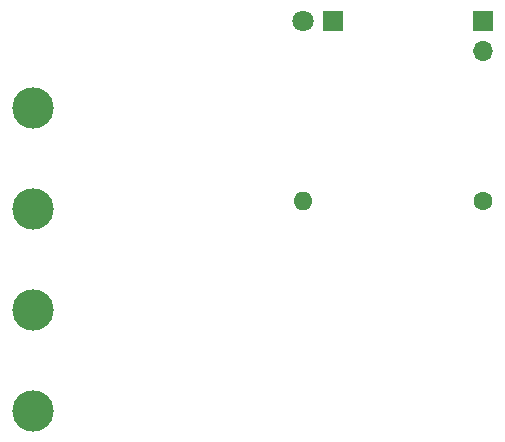
<source format=gbr>
%TF.GenerationSoftware,KiCad,Pcbnew,7.0.6*%
%TF.CreationDate,2023-07-24T14:12:11+05:30*%
%TF.ProjectId,Class1,436c6173-7331-42e6-9b69-6361645f7063,rev?*%
%TF.SameCoordinates,Original*%
%TF.FileFunction,Soldermask,Bot*%
%TF.FilePolarity,Negative*%
%FSLAX46Y46*%
G04 Gerber Fmt 4.6, Leading zero omitted, Abs format (unit mm)*
G04 Created by KiCad (PCBNEW 7.0.6) date 2023-07-24 14:12:11*
%MOMM*%
%LPD*%
G01*
G04 APERTURE LIST*
%ADD10O,1.600000X1.600000*%
%ADD11C,1.600000*%
%ADD12R,1.700000X1.700000*%
%ADD13O,1.700000X1.700000*%
%ADD14C,3.500000*%
%ADD15R,1.800000X1.800000*%
%ADD16C,1.800000*%
G04 APERTURE END LIST*
D10*
%TO.C,R1*%
X144780000Y-78740000D03*
D11*
X160020000Y-78740000D03*
%TD*%
D12*
%TO.C,J1*%
X160020000Y-63500000D03*
D13*
X160020000Y-66040000D03*
%TD*%
D14*
%TO.C,H4*%
X121920000Y-96520000D03*
%TD*%
%TO.C,H3*%
X121920000Y-87970000D03*
%TD*%
%TO.C,H2*%
X121920000Y-79420000D03*
%TD*%
%TO.C,H1*%
X121920000Y-70870000D03*
%TD*%
D15*
%TO.C,D1*%
X147320000Y-63500000D03*
D16*
X144780000Y-63500000D03*
%TD*%
M02*

</source>
